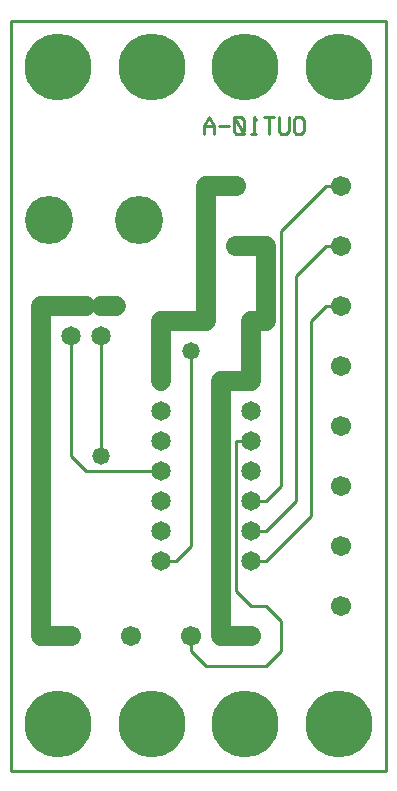
<source format=gbl>
%MOIN*%
%FSLAX25Y25*%
G04 D10 used for Character Trace; *
G04     Circle (OD=.01000) (No hole)*
G04 D11 used for Power Trace; *
G04     Circle (OD=.06700) (No hole)*
G04 D12 used for Signal Trace; *
G04     Circle (OD=.01100) (No hole)*
G04 D13 used for Via; *
G04     Circle (OD=.05800) (Round. Hole ID=.02800)*
G04 D14 used for Component hole; *
G04     Circle (OD=.06500) (Round. Hole ID=.03500)*
G04 D15 used for Component hole; *
G04     Circle (OD=.06700) (Round. Hole ID=.04300)*
G04 D16 used for Component hole; *
G04     Circle (OD=.08100) (Round. Hole ID=.05100)*
G04 D17 used for Component hole; *
G04     Circle (OD=.08900) (Round. Hole ID=.05900)*
G04 D18 used for Component hole; *
G04     Circle (OD=.11300) (Round. Hole ID=.08300)*
G04 D19 used for Component hole; *
G04     Circle (OD=.16000) (Round. Hole ID=.13000)*
G04 D20 used for Component hole; *
G04     Circle (OD=.18300) (Round. Hole ID=.15300)*
G04 D21 used for Component hole; *
G04     Circle (OD=.22291) (Round. Hole ID=.19291)*
%ADD10C,.01000*%
%ADD11C,.06700*%
%ADD12C,.01100*%
%ADD13C,.05800*%
%ADD14C,.06500*%
%ADD15C,.06700*%
%ADD16C,.08100*%
%ADD17C,.08900*%
%ADD18C,.11300*%
%ADD19C,.16000*%
%ADD20C,.18300*%
%ADD21C,.22291*%
%IPPOS*%
%LPD*%
G90*X0Y0D02*D21*X15625Y15625D03*D15*              
X40000Y45000D03*X20000D03*D11*X10000D01*          
Y130000D01*D13*D03*D11*Y155000D01*X25000D01*D14*  
D03*D11*X30000D02*X35000D01*D14*D03*              
X30000Y145000D03*D12*Y105000D01*D13*D03*D12*      
X25000Y100000D02*X50000D01*D14*D03*Y110000D03*    
Y90000D03*Y120000D03*Y80000D03*D12*               
X25000Y100000D02*X20000Y105000D01*Y145000D01*D14* 
D03*X50000Y130000D03*D11*Y150000D01*X65000D01*D14*
D03*D11*Y195000D01*X75000D01*D15*D03*D12*         
X90000Y95000D02*Y180000D01*X85000Y90000D02*       
X90000Y95000D01*X80000Y90000D02*X85000D01*D14*    
X80000D03*Y100000D03*Y80000D03*D12*X85000D01*     
X95000Y90000D01*Y165000D01*X105000Y175000D01*     
X110000D01*D15*D03*D12*X90000Y180000D02*          
X105000Y195000D01*X110000D01*D15*D03*D11*         
X85000Y150000D02*Y175000D01*D14*Y150000D03*D11*   
X80000D01*Y130000D01*D14*D03*D11*X70000D01*       
Y45000D01*X80000D01*D15*D03*D12*X85000Y35000D02*  
X90000Y40000D01*X65000Y35000D02*X85000D01*        
X65000D02*X60000Y40000D01*Y45000D01*D15*D03*D12*  
X80000Y55000D02*X75000Y60000D01*X80000Y55000D02*  
X85000D01*X90000Y50000D01*Y40000D01*D15*          
X110000Y55000D03*D12*X75000Y60000D02*Y110000D01*  
X80000D01*D14*D03*Y120000D03*D12*X85000Y70000D02* 
X100000Y85000D01*X80000Y70000D02*X85000D01*D14*   
X80000D03*D12*X55000D02*X60000Y75000D01*          
X50000Y70000D02*X55000D01*D14*X50000D03*D12*      
X60000Y75000D02*Y140000D01*D13*D03*D11*           
X75000Y175000D02*X85000D01*D15*X75000D03*D12*     
X100000Y85000D02*Y150000D01*D15*X110000Y75000D03* 
Y95000D03*Y115000D03*Y135000D03*D12*              
X100000Y150000D02*X105000Y155000D01*X110000D01*   
D15*D03*D10*X94163Y213086D02*X95000Y212129D01*    
X96674D01*X97511Y213086D01*Y216914D01*            
X96674Y217871D01*X95000D01*X94163Y216914D01*      
Y213086D01*X89163Y217871D02*Y213086D01*           
X90000Y212129D01*X91674D01*X92511Y213086D01*      
Y217871D01*X85837Y212129D02*Y217871D01*X87511D02* 
X84163D01*X81674Y216914D02*X80837Y217871D01*      
Y212129D01*X81674D02*X80000D01*X74163Y213086D02*  
X75000Y212129D01*X76674D01*X77511Y213086D01*      
Y216914D01*X76674Y217871D01*X75000D01*            
X74163Y216914D01*Y213086D01*X77511Y212129D02*     
X74163Y217871D01*X72511Y215000D02*X69163D01*      
X67511Y212129D02*Y215000D01*X65837Y217871D01*     
X64163Y215000D01*Y212129D01*X67511Y215000D02*     
X64163D01*D19*X42500Y183500D03*D21*               
X109375Y234375D03*X78125D03*X46875D03*X15625D03*  
D19*X12500Y183500D03*D12*X125000Y0D02*Y250000D01* 
X0Y0D02*X125000D01*X0D02*Y250000D01*X125000D01*   
D21*X46875Y15625D03*X78125D03*X109375D03*M02*     

</source>
